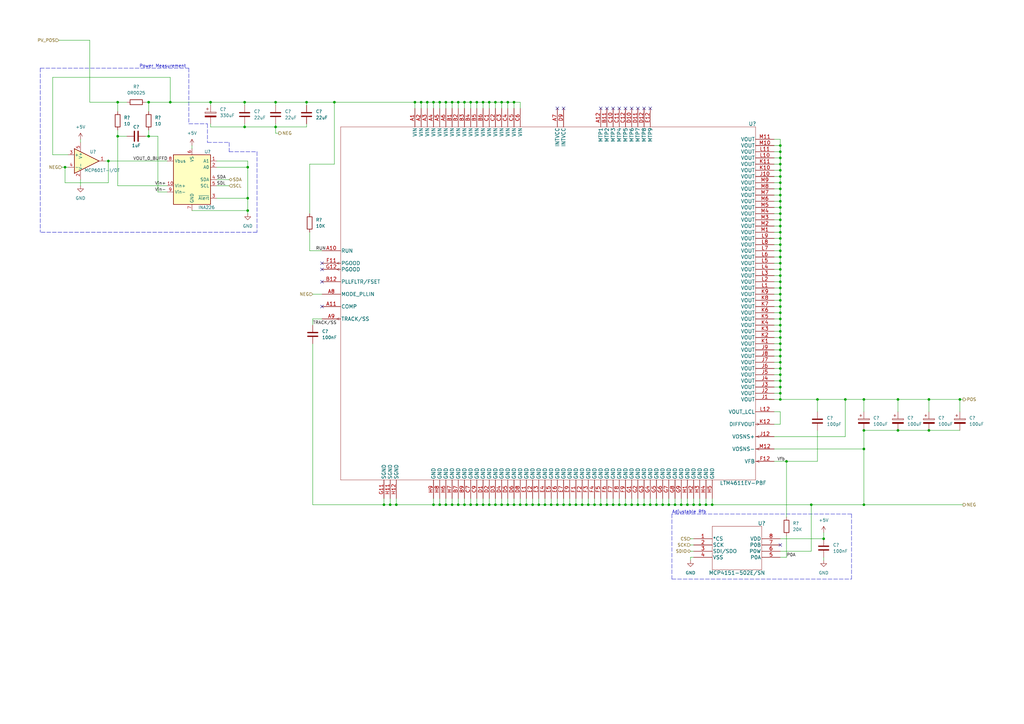
<source format=kicad_sch>
(kicad_sch (version 20211123) (generator eeschema)
  (paper "A3")
  (lib_symbols
    (symbol "Amplifier_Operational:MCP601-xOT" (pin_names (offset 0.127))
      (property "Reference" "U" (at -1.27 6.35 0))
      (property "Value" "MCP601-xOT" (at -1.27 3.81 0))
      (symbol "MCP601-xOT_0_1"
        (polyline (pts (xy -5.08 5.08) (xy 5.08 0) (xy -5.08 -5.08) (xy -5.08 5.08)) (stroke (width 0.254)) (fill (type background)))
        (pin power_in line (at -2.54 -7.62 90) (length 3.81) (name "V-") (number "2"))
        (pin power_in line (at -2.54 7.62 270) (length 3.81) (name "V+") (number "5"))
      )
      (symbol "MCP601-xOT_1_1"
        (pin output line (at 7.62 0 180) (length 2.54) (name "~") (number "1"))
        (pin input line (at -7.62 2.54 0) (length 2.54) (name "+") (number "3"))
        (pin input line (at -7.62 -2.54 0) (length 2.54) (name "-") (number "4"))
      )
    )
    (symbol "Analog_ADC:INA226"
      (property "Reference" "U" (at -6.35 11.43 0))
      (property "Value" "INA226" (at 3.81 11.43 0))
      (symbol "INA226_0_1"
        (rectangle (start 7.62 10.16) (end -7.62 -10.16) (stroke (width 0.254)) (fill (type background)))
      )
      (symbol "INA226_1_1"
        (pin input line (at 10.16 7.62 180) (length 2.54) (name "A1") (number "1"))
        (pin input line (at -10.16 -2.54 0) (length 2.54) (name "Vin+") (number "10"))
        (pin input line (at 10.16 5.08 180) (length 2.54) (name "A0") (number "2"))
        (pin open_collector line (at 10.16 -7.62 180) (length 2.54) (name "~{Alert}") (number "3"))
        (pin bidirectional line (at 10.16 0 180) (length 2.54) (name "SDA") (number "4"))
        (pin input line (at 10.16 -2.54 180) (length 2.54) (name "SCL") (number "5"))
        (pin power_in line (at 0 12.7 270) (length 2.54) (name "VS") (number "6"))
        (pin power_in line (at 0 -12.7 90) (length 2.54) (name "GND") (number "7"))
        (pin input line (at -10.16 7.62 0) (length 2.54) (name "Vbus") (number "8"))
        (pin input line (at -10.16 -5.08 0) (length 2.54) (name "Vin-") (number "9"))
      )
    )
    (symbol "Device:C" (pin_numbers hide) (pin_names (offset 0.254))
      (property "Reference" "C" (at 0.635 2.54 0))
      (property "Value" "C" (at 0.635 -2.54 0))
      (symbol "C_0_1"
        (polyline (pts (xy -2.032 -0.762) (xy 2.032 -0.762)) (stroke (width 0.508)))
        (polyline (pts (xy -2.032 0.762) (xy 2.032 0.762)) (stroke (width 0.508)))
      )
      (symbol "C_1_1"
        (pin passive line (at 0 3.81 270) (length 2.794) (name "~") (number "1"))
        (pin passive line (at 0 -3.81 90) (length 2.794) (name "~") (number "2"))
      )
    )
    (symbol "Device:C_Polarized" (pin_numbers hide) (pin_names (offset 0.254))
      (property "Reference" "C" (at 0.635 2.54 0))
      (property "Value" "C_Polarized" (at 0.635 -2.54 0))
      (symbol "C_Polarized_0_1"
        (rectangle (start -2.286 0.508) (end 2.286 1.016))
        (polyline (pts (xy -1.778 2.286) (xy -0.762 2.286)))
        (polyline (pts (xy -1.27 2.794) (xy -1.27 1.778)))
        (rectangle (start 2.286 -0.508) (end -2.286 -1.016) (fill (type outline)))
      )
      (symbol "C_Polarized_1_1"
        (pin passive line (at 0 3.81 270) (length 2.794) (name "~") (number "1"))
        (pin passive line (at 0 -3.81 90) (length 2.794) (name "~") (number "2"))
      )
    )
    (symbol "Device:R" (pin_numbers hide) (pin_names (offset 0))
      (property "Reference" "R" (at 2.032 0 90))
      (property "Value" "R" (at 0 0 90))
      (symbol "R_0_1"
        (rectangle (start -1.016 -2.54) (end 1.016 2.54) (stroke (width 0.254)))
      )
      (symbol "R_1_1"
        (pin passive line (at 0 3.81 270) (length 1.27) (name "~") (number "1"))
        (pin passive line (at 0 -3.81 90) (length 1.27) (name "~") (number "2"))
      )
    )
    (symbol "LTM4611EV:LTM4611EV-PBF" (pin_names (offset 0.254))
      (property "Reference" "U" (at 7.62 55.88 0))
      (property "Value" "LTM4611EV-PBF" (at 7.62 53.34 0))
      (symbol "LTM4611EV-PBF_1_1"
        (polyline (pts (xy 7.112 -28.448) (xy 6.0452 -27.94)) (stroke (width 0.127)))
        (polyline (pts (xy 7.112 -27.432) (xy 6.0452 -27.94)) (stroke (width 0.127)))
        (polyline (pts (xy 7.112 -8.128) (xy 6.0452 -7.62)) (stroke (width 0.127)))
        (polyline (pts (xy 7.112 -7.112) (xy 6.0452 -7.62)) (stroke (width 0.127)))
        (polyline (pts (xy 7.112 -5.588) (xy 6.0452 -5.08)) (stroke (width 0.127)))
        (polyline (pts (xy 7.112 -4.572) (xy 6.0452 -5.08)) (stroke (width 0.127)))
        (polyline (pts (xy 7.62 -93.98) (xy 177.8 -93.98)) (stroke (width 0.127)))
        (polyline (pts (xy 7.62 50.8) (xy 7.62 -93.98)) (stroke (width 0.127)))
        (polyline (pts (xy 177.8 -93.98) (xy 177.8 50.8)) (stroke (width 0.127)))
        (polyline (pts (xy 177.8 50.8) (xy 7.62 50.8)) (stroke (width 0.127)))
        (polyline (pts (xy 178.308 -86.36) (xy 179.3748 -86.868)) (stroke (width 0.127)))
        (polyline (pts (xy 178.308 -86.36) (xy 179.3748 -85.852)) (stroke (width 0.127)))
        (polyline (pts (xy 178.308 -81.28) (xy 179.3748 -81.788)) (stroke (width 0.127)))
        (polyline (pts (xy 178.308 -81.28) (xy 179.3748 -80.772)) (stroke (width 0.127)))
        (polyline (pts (xy 178.308 -76.2) (xy 179.3748 -76.708)) (stroke (width 0.127)))
        (polyline (pts (xy 178.308 -76.2) (xy 179.3748 -75.692)) (stroke (width 0.127)))
        (polyline (pts (xy 178.308 -71.628) (xy 179.3748 -71.12)) (stroke (width 0.127)))
        (polyline (pts (xy 178.308 -70.612) (xy 179.3748 -71.12)) (stroke (width 0.127)))
        (pin power_in line (at 38.1 58.42 270) (length 7.62) (name "VIN") (number "A1"))
        (pin unspecified line (at 0 0 0) (length 7.62) (name "RUN") (number "A10"))
        (pin unspecified line (at 0 -22.86 0) (length 7.62) (name "COMP") (number "A11"))
        (pin unspecified line (at 114.3 58.42 270) (length 7.62) (name "MTP1") (number "A12"))
        (pin power_in line (at 40.64 58.42 270) (length 7.62) (name "VIN") (number "A2"))
        (pin power_in line (at 43.18 58.42 270) (length 7.62) (name "VIN") (number "A3"))
        (pin power_in line (at 45.72 58.42 270) (length 7.62) (name "VIN") (number "A4"))
        (pin power_in line (at 48.26 58.42 270) (length 7.62) (name "VIN") (number "A5"))
        (pin power_in line (at 50.8 58.42 270) (length 7.62) (name "VIN") (number "A6"))
        (pin power_in line (at 96.52 58.42 270) (length 7.62) (name "INTVCC") (number "A7"))
        (pin unspecified line (at 0 -17.78 0) (length 7.62) (name "MODE_PLLIN") (number "A8"))
        (pin output line (at 0 -27.94 0) (length 7.62) (name "TRACK/SS") (number "A9"))
        (pin power_in line (at 53.34 58.42 270) (length 7.62) (name "VIN") (number "B1"))
        (pin unspecified line (at 116.84 58.42 270) (length 7.62) (name "MTP2") (number "B11"))
        (pin unspecified line (at 0 -12.7 0) (length 7.62) (name "PLLFLTR/FSET") (number "B12"))
        (pin power_in line (at 55.88 58.42 270) (length 7.62) (name "VIN") (number "B2"))
        (pin power_in line (at 58.42 58.42 270) (length 7.62) (name "VIN") (number "B3"))
        (pin power_in line (at 60.96 58.42 270) (length 7.62) (name "VIN") (number "B4"))
        (pin power_in line (at 63.5 58.42 270) (length 7.62) (name "VIN") (number "B5"))
        (pin power_in line (at 66.04 58.42 270) (length 7.62) (name "VIN") (number "B6"))
        (pin power_in line (at 55.88 -101.6 90) (length 7.62) (name "GND") (number "B7"))
        (pin power_in line (at 58.42 -101.6 90) (length 7.62) (name "GND") (number "B9"))
        (pin power_in line (at 68.58 58.42 270) (length 7.62) (name "VIN") (number "C1"))
        (pin unspecified line (at 119.38 58.42 270) (length 7.62) (name "MTP3") (number "C10"))
        (pin unspecified line (at 121.92 58.42 270) (length 7.62) (name "MTP4") (number "C11"))
        (pin unspecified line (at 124.46 58.42 270) (length 7.62) (name "MTP5") (number "C12"))
        (pin power_in line (at 71.12 58.42 270) (length 7.62) (name "VIN") (number "C2"))
        (pin power_in line (at 73.66 58.42 270) (length 7.62) (name "VIN") (number "C3"))
        (pin power_in line (at 76.2 58.42 270) (length 7.62) (name "VIN") (number "C4"))
        (pin power_in line (at 78.74 58.42 270) (length 7.62) (name "VIN") (number "C5"))
        (pin power_in line (at 81.28 58.42 270) (length 7.62) (name "VIN") (number "C6"))
        (pin power_in line (at 60.96 -101.6 90) (length 7.62) (name "GND") (number "C7"))
        (pin power_in line (at 63.5 -101.6 90) (length 7.62) (name "GND") (number "C9"))
        (pin power_in line (at 66.04 -101.6 90) (length 7.62) (name "GND") (number "D1"))
        (pin unspecified line (at 127 58.42 270) (length 7.62) (name "MTP6") (number "D10"))
        (pin unspecified line (at 129.54 58.42 270) (length 7.62) (name "MTP7") (number "D11"))
        (pin unspecified line (at 132.08 58.42 270) (length 7.62) (name "MTP8") (number "D12"))
        (pin power_in line (at 68.58 -101.6 90) (length 7.62) (name "GND") (number "D2"))
        (pin power_in line (at 71.12 -101.6 90) (length 7.62) (name "GND") (number "D3"))
        (pin power_in line (at 73.66 -101.6 90) (length 7.62) (name "GND") (number "D4"))
        (pin power_in line (at 76.2 -101.6 90) (length 7.62) (name "GND") (number "D5"))
        (pin power_in line (at 78.74 -101.6 90) (length 7.62) (name "GND") (number "D6"))
        (pin power_in line (at 81.28 -101.6 90) (length 7.62) (name "GND") (number "D8"))
        (pin power_in line (at 99.06 58.42 270) (length 7.62) (name "INTVCC") (number "D9"))
        (pin power_in line (at 83.82 -101.6 90) (length 7.62) (name "GND") (number "E1"))
        (pin unspecified line (at 134.62 58.42 270) (length 7.62) (name "MTP9") (number "E12"))
        (pin power_in line (at 86.36 -101.6 90) (length 7.62) (name "GND") (number "E2"))
        (pin power_in line (at 88.9 -101.6 90) (length 7.62) (name "GND") (number "E3"))
        (pin power_in line (at 91.44 -101.6 90) (length 7.62) (name "GND") (number "E4"))
        (pin power_in line (at 93.98 -101.6 90) (length 7.62) (name "GND") (number "E5"))
        (pin power_in line (at 96.52 -101.6 90) (length 7.62) (name "GND") (number "E6"))
        (pin power_in line (at 99.06 -101.6 90) (length 7.62) (name "GND") (number "E7"))
        (pin power_in line (at 101.6 -101.6 90) (length 7.62) (name "GND") (number "E9"))
        (pin power_in line (at 104.14 -101.6 90) (length 7.62) (name "GND") (number "F1"))
        (pin output line (at 0 -5.08 0) (length 7.62) (name "PGOOD") (number "F11"))
        (pin input line (at 185.42 -86.36 180) (length 7.62) (name "VFB") (number "F12"))
        (pin power_in line (at 106.68 -101.6 90) (length 7.62) (name "GND") (number "F2"))
        (pin power_in line (at 109.22 -101.6 90) (length 7.62) (name "GND") (number "F3"))
        (pin power_in line (at 111.76 -101.6 90) (length 7.62) (name "GND") (number "F4"))
        (pin power_in line (at 114.3 -101.6 90) (length 7.62) (name "GND") (number "F5"))
        (pin power_in line (at 116.84 -101.6 90) (length 7.62) (name "GND") (number "F6"))
        (pin power_in line (at 119.38 -101.6 90) (length 7.62) (name "GND") (number "F7"))
        (pin power_in line (at 121.92 -101.6 90) (length 7.62) (name "GND") (number "F8"))
        (pin power_in line (at 124.46 -101.6 90) (length 7.62) (name "GND") (number "F9"))
        (pin power_in line (at 127 -101.6 90) (length 7.62) (name "GND") (number "G1"))
        (pin power_in line (at 25.4 -101.6 90) (length 7.62) (name "SGND") (number "G11"))
        (pin output line (at 0 -7.62 0) (length 7.62) (name "PGOOD") (number "G12"))
        (pin power_in line (at 129.54 -101.6 90) (length 7.62) (name "GND") (number "G2"))
        (pin power_in line (at 132.08 -101.6 90) (length 7.62) (name "GND") (number "G3"))
        (pin power_in line (at 134.62 -101.6 90) (length 7.62) (name "GND") (number "G4"))
        (pin power_in line (at 137.16 -101.6 90) (length 7.62) (name "GND") (number "G5"))
        (pin power_in line (at 139.7 -101.6 90) (length 7.62) (name "GND") (number "G6"))
        (pin power_in line (at 142.24 -101.6 90) (length 7.62) (name "GND") (number "G7"))
        (pin power_in line (at 144.78 -101.6 90) (length 7.62) (name "GND") (number "G8"))
        (pin power_in line (at 147.32 -101.6 90) (length 7.62) (name "GND") (number "G9"))
        (pin power_in line (at 149.86 -101.6 90) (length 7.62) (name "GND") (number "H1"))
        (pin power_in line (at 27.94 -101.6 90) (length 7.62) (name "SGND") (number "H11"))
        (pin power_in line (at 30.48 -101.6 90) (length 7.62) (name "SGND") (number "H12"))
        (pin power_in line (at 152.4 -101.6 90) (length 7.62) (name "GND") (number "H2"))
        (pin power_in line (at 154.94 -101.6 90) (length 7.62) (name "GND") (number "H3"))
        (pin power_in line (at 157.48 -101.6 90) (length 7.62) (name "GND") (number "H4"))
        (pin power_in line (at 160.02 -101.6 90) (length 7.62) (name "GND") (number "H5"))
        (pin power_in line (at 50.8 -101.6 90) (length 7.62) (name "GND") (number "H6"))
        (pin power_in line (at 53.34 -101.6 90) (length 7.62) (name "GND") (number "H7"))
        (pin power_in line (at 48.26 -101.6 90) (length 7.62) (name "GND") (number "H8"))
        (pin power_in line (at 45.72 -101.6 90) (length 7.62) (name "GND") (number "H9"))
        (pin power_in line (at 185.42 -60.96 180) (length 7.62) (name "VOUT") (number "J1"))
        (pin power_in line (at 185.42 30.48 180) (length 7.62) (name "VOUT") (number "J10"))
        (pin input line (at 185.42 -76.2 180) (length 7.62) (name "VOSNS+") (number "J12"))
        (pin power_in line (at 185.42 -58.42 180) (length 7.62) (name "VOUT") (number "J2"))
        (pin power_in line (at 185.42 -55.88 180) (length 7.62) (name "VOUT") (number "J3"))
        (pin power_in line (at 185.42 -53.34 180) (length 7.62) (name "VOUT") (number "J4"))
        (pin power_in line (at 185.42 -50.8 180) (length 7.62) (name "VOUT") (number "J5"))
        (pin power_in line (at 185.42 -48.26 180) (length 7.62) (name "VOUT") (number "J6"))
        (pin power_in line (at 185.42 -45.72 180) (length 7.62) (name "VOUT") (number "J7"))
        (pin power_in line (at 185.42 -43.18 180) (length 7.62) (name "VOUT") (number "J8"))
        (pin power_in line (at 185.42 -40.64 180) (length 7.62) (name "VOUT") (number "J9"))
        (pin power_in line (at 185.42 -38.1 180) (length 7.62) (name "VOUT") (number "K1"))
        (pin power_in line (at 185.42 33.02 180) (length 7.62) (name "VOUT") (number "K10"))
        (pin power_in line (at 185.42 35.56 180) (length 7.62) (name "VOUT") (number "K11"))
        (pin output line (at 185.42 -71.12 180) (length 7.62) (name "DIFFVOUT") (number "K12"))
        (pin power_in line (at 185.42 -35.56 180) (length 7.62) (name "VOUT") (number "K2"))
        (pin power_in line (at 185.42 -33.02 180) (length 7.62) (name "VOUT") (number "K3"))
        (pin power_in line (at 185.42 -30.48 180) (length 7.62) (name "VOUT") (number "K4"))
        (pin power_in line (at 185.42 -27.94 180) (length 7.62) (name "VOUT") (number "K5"))
        (pin power_in line (at 185.42 -25.4 180) (length 7.62) (name "VOUT") (number "K6"))
        (pin power_in line (at 185.42 -22.86 180) (length 7.62) (name "VOUT") (number "K7"))
        (pin power_in line (at 185.42 -20.32 180) (length 7.62) (name "VOUT") (number "K8"))
        (pin power_in line (at 185.42 -17.78 180) (length 7.62) (name "VOUT") (number "K9"))
        (pin power_in line (at 185.42 -15.24 180) (length 7.62) (name "VOUT") (number "L1"))
        (pin power_in line (at 185.42 38.1 180) (length 7.62) (name "VOUT") (number "L10"))
        (pin power_in line (at 185.42 40.64 180) (length 7.62) (name "VOUT") (number "L11"))
        (pin power_in line (at 185.42 -66.04 180) (length 7.62) (name "VOUT_LCL") (number "L12"))
        (pin power_in line (at 185.42 -12.7 180) (length 7.62) (name "VOUT") (number "L2"))
        (pin power_in line (at 185.42 -10.16 180) (length 7.62) (name "VOUT") (number "L3"))
        (pin power_in line (at 185.42 -7.62 180) (length 7.62) (name "VOUT") (number "L4"))
        (pin power_in line (at 185.42 -5.08 180) (length 7.62) (name "VOUT") (number "L5"))
        (pin power_in line (at 185.42 -2.54 180) (length 7.62) (name "VOUT") (number "L6"))
        (pin power_in line (at 185.42 0 180) (length 7.62) (name "VOUT") (number "L7"))
        (pin power_in line (at 185.42 2.54 180) (length 7.62) (name "VOUT") (number "L8"))
        (pin power_in line (at 185.42 5.08 180) (length 7.62) (name "VOUT") (number "L9"))
        (pin power_in line (at 185.42 7.62 180) (length 7.62) (name "VOUT") (number "M1"))
        (pin power_in line (at 185.42 43.18 180) (length 7.62) (name "VOUT") (number "M10"))
        (pin power_in line (at 185.42 45.72 180) (length 7.62) (name "VOUT") (number "M11"))
        (pin input line (at 185.42 -81.28 180) (length 7.62) (name "VOSNS-") (number "M12"))
        (pin power_in line (at 185.42 10.16 180) (length 7.62) (name "VOUT") (number "M2"))
        (pin power_in line (at 185.42 12.7 180) (length 7.62) (name "VOUT") (number "M3"))
        (pin power_in line (at 185.42 15.24 180) (length 7.62) (name "VOUT") (number "M4"))
        (pin power_in line (at 185.42 17.78 180) (length 7.62) (name "VOUT") (number "M5"))
        (pin power_in line (at 185.42 20.32 180) (length 7.62) (name "VOUT") (number "M6"))
        (pin power_in line (at 185.42 22.86 180) (length 7.62) (name "VOUT") (number "M7"))
        (pin power_in line (at 185.42 25.4 180) (length 7.62) (name "VOUT") (number "M8"))
        (pin power_in line (at 185.42 27.94 180) (length 7.62) (name "VOUT") (number "M9"))
      )
    )
    (symbol "MCP4151:MCP4151-502E{slash}SN" (pin_names (offset 0.254))
      (property "Reference" "U?" (at 48.26 11.43 0))
      (property "Value" "MCP4151-502E/SN" (at 48.26 7.62 0))
      (symbol "MCP4151-502E{slash}SN_1_1"
        (polyline (pts (xy 38.1 -12.7) (xy 58.42 -12.7)) (stroke (width 0.127)))
        (polyline (pts (xy 38.1 5.08) (xy 38.1 -12.7)) (stroke (width 0.127)))
        (polyline (pts (xy 58.42 -12.7) (xy 58.42 5.08)) (stroke (width 0.127)))
        (polyline (pts (xy 58.42 5.08) (xy 38.1 5.08)) (stroke (width 0.127)))
        (pin unspecified line (at 30.48 0 0) (length 7.62) (name "*CS") (number "1"))
        (pin unspecified line (at 30.48 -2.54 0) (length 7.62) (name "SCK") (number "2"))
        (pin unspecified line (at 30.48 -5.08 0) (length 7.62) (name "SDI/SDO") (number "3"))
        (pin unspecified line (at 30.48 -7.62 0) (length 7.62) (name "VSS") (number "4"))
        (pin unspecified line (at 66.04 -7.62 180) (length 7.62) (name "P0A") (number "5"))
        (pin unspecified line (at 66.04 -5.08 180) (length 7.62) (name "P0W") (number "6"))
        (pin unspecified line (at 66.04 -2.54 180) (length 7.62) (name "P0B") (number "7"))
        (pin unspecified line (at 66.04 0 180) (length 7.62) (name "VDD") (number "8"))
      )
    )
    (symbol "power:+5V" (power) (pin_names (offset 0))
      (property "Value" "+5V" (at 0 3.556 0))
      (symbol "+5V_0_1"
        (polyline (pts (xy -0.762 1.27) (xy 0 2.54)))
        (polyline (pts (xy 0 0) (xy 0 2.54)))
        (polyline (pts (xy 0 2.54) (xy 0.762 1.27)))
      )
      (symbol "+5V_1_1"
        (pin power_in line (at 0 0 90) (length 0) hide (name "+5V") (number "1"))
      )
    )
    (symbol "power:GND" (power) (pin_names (offset 0))
      (property "Value" "GND" (at 0 -3.81 0))
      (symbol "GND_0_1"
        (polyline (pts (xy 0 0) (xy 0 -1.27) (xy 1.27 -1.27) (xy 0 -2.54) (xy -1.27 -1.27) (xy 0 -1.27)))
      )
      (symbol "GND_1_1"
        (pin power_in line (at 0 0 270) (length 0) hide (name "GND") (number "1"))
      )
    )
  )
  (junction (at 320.04 163.83))
  (junction (at 228.6 207.01))
  (junction (at 320.04 92.71))
  (junction (at 320.04 130.81))
  (junction (at 210.82 207.01))
  (junction (at 320.04 153.67))
  (junction (at 320.04 110.49))
  (junction (at 48.26 41.91))
  (junction (at 238.76 207.01))
  (junction (at 320.04 90.17))
  (junction (at 337.82 220.98))
  (junction (at 322.58 189.23))
  (junction (at 218.44 207.01))
  (junction (at 231.14 207.01))
  (junction (at 274.32 207.01))
  (junction (at 187.96 41.91))
  (junction (at 198.12 41.91))
  (junction (at 190.5 207.01))
  (junction (at 271.78 207.01))
  (junction (at 185.42 207.01))
  (junction (at 162.56 207.01))
  (junction (at 241.3 207.01))
  (junction (at 320.04 80.01))
  (junction (at 113.03 41.91))
  (junction (at 160.02 207.01))
  (junction (at 320.04 107.95))
  (junction (at 60.96 41.91))
  (junction (at 157.48 207.01))
  (junction (at 233.68 207.01))
  (junction (at 320.04 156.21))
  (junction (at 381 163.83))
  (junction (at 203.2 207.01))
  (junction (at 170.18 41.91))
  (junction (at 284.48 207.01))
  (junction (at 177.8 207.01))
  (junction (at 320.04 85.09))
  (junction (at 354.33 207.01))
  (junction (at 113.03 52.07))
  (junction (at 200.66 207.01))
  (junction (at 226.06 207.01))
  (junction (at 320.04 97.79))
  (junction (at 223.52 207.01))
  (junction (at 190.5 41.91))
  (junction (at 281.94 207.01))
  (junction (at 320.04 123.19))
  (junction (at 100.33 52.07))
  (junction (at 215.9 207.01))
  (junction (at 266.7 207.01))
  (junction (at 195.58 41.91))
  (junction (at 185.42 41.91))
  (junction (at 213.36 207.01))
  (junction (at 320.04 115.57))
  (junction (at 335.28 163.83))
  (junction (at 320.04 72.39))
  (junction (at 354.33 163.83))
  (junction (at 177.8 41.91))
  (junction (at 205.74 41.91))
  (junction (at 254 207.01))
  (junction (at 203.2 41.91))
  (junction (at 320.04 158.75))
  (junction (at 320.04 100.33))
  (junction (at 100.33 41.91))
  (junction (at 175.26 41.91))
  (junction (at 354.33 184.15))
  (junction (at 354.33 176.53))
  (junction (at 320.04 118.11))
  (junction (at 320.04 133.35))
  (junction (at 44.45 66.04))
  (junction (at 101.6 81.28))
  (junction (at 276.86 207.01))
  (junction (at 332.74 207.01))
  (junction (at 259.08 207.01))
  (junction (at 182.88 207.01))
  (junction (at 320.04 138.43))
  (junction (at 320.04 125.73))
  (junction (at 195.58 207.01))
  (junction (at 101.6 86.36))
  (junction (at 269.24 207.01))
  (junction (at 320.04 82.55))
  (junction (at 287.02 207.01))
  (junction (at 180.34 41.91))
  (junction (at 381 176.53))
  (junction (at 172.72 41.91))
  (junction (at 346.71 163.83))
  (junction (at 246.38 207.01))
  (junction (at 279.4 207.01))
  (junction (at 320.04 62.23))
  (junction (at 60.96 55.88))
  (junction (at 187.96 207.01))
  (junction (at 198.12 207.01))
  (junction (at 208.28 41.91))
  (junction (at 320.04 135.89))
  (junction (at 320.04 87.63))
  (junction (at 26.67 68.58))
  (junction (at 368.3 176.53))
  (junction (at 210.82 41.91))
  (junction (at 193.04 207.01))
  (junction (at 320.04 102.87))
  (junction (at 220.98 207.01))
  (junction (at 320.04 161.29))
  (junction (at 251.46 207.01))
  (junction (at 320.04 64.77))
  (junction (at 320.04 140.97))
  (junction (at 320.04 128.27))
  (junction (at 48.26 55.88))
  (junction (at 208.28 207.01))
  (junction (at 320.04 146.05))
  (junction (at 243.84 207.01))
  (junction (at 236.22 207.01))
  (junction (at 320.04 95.25))
  (junction (at 320.04 69.85))
  (junction (at 205.74 207.01))
  (junction (at 180.34 207.01))
  (junction (at 393.7 163.83))
  (junction (at 320.04 77.47))
  (junction (at 200.66 41.91))
  (junction (at 320.04 143.51))
  (junction (at 193.04 41.91))
  (junction (at 86.36 41.91))
  (junction (at 320.04 105.41))
  (junction (at 289.56 207.01))
  (junction (at 261.62 207.01))
  (junction (at 264.16 207.01))
  (junction (at 320.04 151.13))
  (junction (at 248.92 207.01))
  (junction (at 320.04 148.59))
  (junction (at 69.85 41.91))
  (junction (at 320.04 67.31))
  (junction (at 101.6 68.58))
  (junction (at 256.54 207.01))
  (junction (at 320.04 74.93))
  (junction (at 320.04 113.03))
  (junction (at 320.04 59.69))
  (junction (at 368.3 163.83))
  (junction (at 292.1 207.01))
  (junction (at 182.88 41.91))
  (junction (at 320.04 120.65))
  (junction (at 137.16 41.91))
  (junction (at 125.73 41.91))
  (no_connect (at 231.14 44.45))
  (no_connect (at 246.38 44.45))
  (no_connect (at 132.08 125.73))
  (no_connect (at 132.08 107.95))
  (no_connect (at 261.62 44.45))
  (no_connect (at 254 44.45))
  (no_connect (at 259.08 44.45))
  (no_connect (at 228.6 44.45))
  (no_connect (at 132.08 110.49))
  (no_connect (at 266.7 44.45))
  (no_connect (at 251.46 44.45))
  (no_connect (at 248.92 44.45))
  (no_connect (at 264.16 44.45))
  (no_connect (at 132.08 115.57))
  (no_connect (at 256.54 44.45))
  (no_connect (at 320.04 223.52))
  (wire (pts (xy 172.72 41.91) (xy 175.26 41.91)))
  (wire (pts (xy 320.04 82.55) (xy 320.04 85.09)))
  (wire (pts (xy 128.27 133.35) (xy 128.27 130.81)))
  (wire (pts (xy 185.42 204.47) (xy 185.42 207.01)))
  (wire (pts (xy 368.3 163.83) (xy 381 163.83)))
  (wire (pts (xy 317.5 72.39) (xy 320.04 72.39)))
  (wire (pts (xy 195.58 207.01) (xy 198.12 207.01)))
  (wire (pts (xy 236.22 207.01) (xy 238.76 207.01)))
  (wire (pts (xy 317.5 90.17) (xy 320.04 90.17)))
  (wire (pts (xy 33.02 57.15) (xy 33.02 58.42)))
  (wire (pts (xy 157.48 204.47) (xy 157.48 207.01)))
  (wire (pts (xy 320.04 57.15) (xy 320.04 59.69)))
  (wire (pts (xy 177.8 207.01) (xy 162.56 207.01)))
  (wire (pts (xy 320.04 102.87) (xy 320.04 105.41)))
  (wire (pts (xy 317.5 97.79) (xy 320.04 97.79)))
  (wire (pts (xy 320.04 59.69) (xy 320.04 62.23)))
  (wire (pts (xy 317.5 62.23) (xy 320.04 62.23)))
  (wire (pts (xy 317.5 67.31) (xy 320.04 67.31)))
  (wire (pts (xy 205.74 204.47) (xy 205.74 207.01)))
  (wire (pts (xy 187.96 41.91) (xy 187.96 44.45)))
  (wire (pts (xy 88.9 66.04) (xy 101.6 66.04)))
  (wire (pts (xy 36.83 41.91) (xy 48.26 41.91)))
  (wire (pts (xy 205.74 41.91) (xy 208.28 41.91)))
  (wire (pts (xy 78.74 59.69) (xy 78.74 60.96)))
  (wire (pts (xy 281.94 207.01) (xy 284.48 207.01)))
  (wire (pts (xy 205.74 207.01) (xy 208.28 207.01)))
  (wire (pts (xy 259.08 207.01) (xy 261.62 207.01)))
  (wire (pts (xy 48.26 76.2) (xy 68.58 76.2)))
  (wire (pts (xy 317.5 123.19) (xy 320.04 123.19)))
  (wire (pts (xy 187.96 204.47) (xy 187.96 207.01)))
  (wire (pts (xy 368.3 163.83) (xy 368.3 168.91)))
  (wire (pts (xy 137.16 41.91) (xy 170.18 41.91)))
  (wire (pts (xy 354.33 176.53) (xy 354.33 184.15)))
  (wire (pts (xy 248.92 207.01) (xy 251.46 207.01)))
  (wire (pts (xy 198.12 41.91) (xy 200.66 41.91)))
  (wire (pts (xy 320.04 163.83) (xy 317.5 163.83)))
  (wire (pts (xy 182.88 41.91) (xy 182.88 44.45)))
  (wire (pts (xy 317.5 120.65) (xy 320.04 120.65)))
  (wire (pts (xy 228.6 204.47) (xy 228.6 207.01)))
  (wire (pts (xy 190.5 41.91) (xy 193.04 41.91)))
  (wire (pts (xy 254 207.01) (xy 256.54 207.01)))
  (wire (pts (xy 200.66 207.01) (xy 203.2 207.01)))
  (wire (pts (xy 322.58 219.71) (xy 322.58 228.6)))
  (wire (pts (xy 205.74 41.91) (xy 205.74 44.45)))
  (wire (pts (xy 320.04 69.85) (xy 320.04 72.39)))
  (wire (pts (xy 180.34 41.91) (xy 182.88 41.91)))
  (wire (pts (xy 320.04 100.33) (xy 320.04 102.87)))
  (polyline (pts (xy 85.09 58.42) (xy 93.98 58.42)))
  (wire (pts (xy 337.82 218.44) (xy 337.82 220.98)))
  (wire (pts (xy 317.5 87.63) (xy 320.04 87.63)))
  (wire (pts (xy 269.24 207.01) (xy 271.78 207.01)))
  (wire (pts (xy 208.28 41.91) (xy 208.28 44.45)))
  (wire (pts (xy 100.33 41.91) (xy 113.03 41.91)))
  (wire (pts (xy 218.44 207.01) (xy 220.98 207.01)))
  (wire (pts (xy 381 176.53) (xy 393.7 176.53)))
  (wire (pts (xy 125.73 41.91) (xy 125.73 43.18)))
  (wire (pts (xy 26.67 74.93) (xy 26.67 68.58)))
  (wire (pts (xy 86.36 50.8) (xy 86.36 52.07)))
  (wire (pts (xy 210.82 41.91) (xy 213.36 41.91)))
  (wire (pts (xy 218.44 204.47) (xy 218.44 207.01)))
  (wire (pts (xy 332.74 226.06) (xy 332.74 207.01)))
  (wire (pts (xy 317.5 189.23) (xy 322.58 189.23)))
  (wire (pts (xy 246.38 204.47) (xy 246.38 207.01)))
  (wire (pts (xy 317.5 151.13) (xy 320.04 151.13)))
  (wire (pts (xy 226.06 207.01) (xy 228.6 207.01)))
  (wire (pts (xy 88.9 76.2) (xy 93.98 76.2)))
  (wire (pts (xy 78.74 86.36) (xy 101.6 86.36)))
  (wire (pts (xy 317.5 179.07) (xy 346.71 179.07)))
  (wire (pts (xy 185.42 41.91) (xy 185.42 44.45)))
  (wire (pts (xy 200.66 204.47) (xy 200.66 207.01)))
  (wire (pts (xy 180.34 204.47) (xy 180.34 207.01)))
  (wire (pts (xy 292.1 204.47) (xy 292.1 207.01)))
  (wire (pts (xy 180.34 207.01) (xy 182.88 207.01)))
  (wire (pts (xy 317.5 113.03) (xy 320.04 113.03)))
  (wire (pts (xy 289.56 207.01) (xy 292.1 207.01)))
  (wire (pts (xy 317.5 95.25) (xy 320.04 95.25)))
  (wire (pts (xy 243.84 204.47) (xy 243.84 207.01)))
  (wire (pts (xy 182.88 41.91) (xy 185.42 41.91)))
  (wire (pts (xy 125.73 50.8) (xy 125.73 52.07)))
  (wire (pts (xy 48.26 76.2) (xy 48.26 55.88)))
  (wire (pts (xy 100.33 50.8) (xy 100.33 52.07)))
  (wire (pts (xy 335.28 163.83) (xy 346.71 163.83)))
  (wire (pts (xy 317.5 118.11) (xy 320.04 118.11)))
  (wire (pts (xy 127 102.87) (xy 132.08 102.87)))
  (wire (pts (xy 320.04 151.13) (xy 320.04 153.67)))
  (wire (pts (xy 317.5 77.47) (xy 320.04 77.47)))
  (wire (pts (xy 59.69 41.91) (xy 60.96 41.91)))
  (wire (pts (xy 256.54 204.47) (xy 256.54 207.01)))
  (wire (pts (xy 127 95.25) (xy 127 102.87)))
  (wire (pts (xy 213.36 204.47) (xy 213.36 207.01)))
  (wire (pts (xy 33.02 73.66) (xy 33.02 76.2)))
  (wire (pts (xy 320.04 153.67) (xy 320.04 156.21)))
  (wire (pts (xy 208.28 204.47) (xy 208.28 207.01)))
  (wire (pts (xy 284.48 207.01) (xy 287.02 207.01)))
  (wire (pts (xy 317.5 158.75) (xy 320.04 158.75)))
  (wire (pts (xy 223.52 204.47) (xy 223.52 207.01)))
  (wire (pts (xy 320.04 113.03) (xy 320.04 115.57)))
  (wire (pts (xy 320.04 97.79) (xy 320.04 100.33)))
  (wire (pts (xy 69.85 31.75) (xy 21.59 31.75)))
  (wire (pts (xy 283.21 223.52) (xy 284.48 223.52)))
  (wire (pts (xy 283.21 228.6) (xy 284.48 228.6)))
  (wire (pts (xy 190.5 41.91) (xy 190.5 44.45)))
  (wire (pts (xy 320.04 120.65) (xy 320.04 123.19)))
  (wire (pts (xy 317.5 184.15) (xy 354.33 184.15)))
  (wire (pts (xy 182.88 204.47) (xy 182.88 207.01)))
  (wire (pts (xy 203.2 204.47) (xy 203.2 207.01)))
  (wire (pts (xy 322.58 189.23) (xy 322.58 212.09)))
  (wire (pts (xy 59.69 55.88) (xy 60.96 55.88)))
  (wire (pts (xy 160.02 204.47) (xy 160.02 207.01)))
  (wire (pts (xy 210.82 207.01) (xy 213.36 207.01)))
  (wire (pts (xy 137.16 67.31) (xy 137.16 41.91)))
  (wire (pts (xy 266.7 204.47) (xy 266.7 207.01)))
  (wire (pts (xy 223.52 207.01) (xy 226.06 207.01)))
  (wire (pts (xy 228.6 207.01) (xy 231.14 207.01)))
  (polyline (pts (xy 16.51 27.94) (xy 16.51 95.25)))
  (wire (pts (xy 100.33 52.07) (xy 113.03 52.07)))
  (wire (pts (xy 289.56 204.47) (xy 289.56 207.01)))
  (wire (pts (xy 320.04 64.77) (xy 320.04 67.31)))
  (wire (pts (xy 101.6 81.28) (xy 101.6 86.36)))
  (wire (pts (xy 226.06 204.47) (xy 226.06 207.01)))
  (wire (pts (xy 195.58 41.91) (xy 198.12 41.91)))
  (wire (pts (xy 25.4 68.58) (xy 26.67 68.58)))
  (wire (pts (xy 354.33 176.53) (xy 368.3 176.53)))
  (polyline (pts (xy 77.47 27.94) (xy 77.47 50.8)))
  (wire (pts (xy 26.67 74.93) (xy 44.45 74.93)))
  (wire (pts (xy 128.27 130.81) (xy 132.08 130.81)))
  (wire (pts (xy 317.5 64.77) (xy 320.04 64.77)))
  (wire (pts (xy 317.5 161.29) (xy 320.04 161.29)))
  (wire (pts (xy 100.33 41.91) (xy 100.33 43.18)))
  (wire (pts (xy 88.9 73.66) (xy 93.98 73.66)))
  (wire (pts (xy 320.04 146.05) (xy 320.04 148.59)))
  (wire (pts (xy 320.04 226.06) (xy 332.74 226.06)))
  (wire (pts (xy 238.76 207.01) (xy 241.3 207.01)))
  (wire (pts (xy 187.96 207.01) (xy 190.5 207.01)))
  (wire (pts (xy 283.21 220.98) (xy 284.48 220.98)))
  (wire (pts (xy 86.36 41.91) (xy 100.33 41.91)))
  (wire (pts (xy 393.7 163.83) (xy 394.97 163.83)))
  (wire (pts (xy 241.3 204.47) (xy 241.3 207.01)))
  (wire (pts (xy 279.4 207.01) (xy 281.94 207.01)))
  (wire (pts (xy 44.45 66.04) (xy 68.58 66.04)))
  (wire (pts (xy 354.33 184.15) (xy 354.33 207.01)))
  (wire (pts (xy 274.32 207.01) (xy 276.86 207.01)))
  (wire (pts (xy 24.13 16.51) (xy 36.83 16.51)))
  (wire (pts (xy 320.04 161.29) (xy 320.04 163.83)))
  (wire (pts (xy 381 163.83) (xy 381 168.91)))
  (wire (pts (xy 101.6 86.36) (xy 101.6 87.63)))
  (wire (pts (xy 26.67 68.58) (xy 27.94 68.58)))
  (wire (pts (xy 317.5 80.01) (xy 320.04 80.01)))
  (wire (pts (xy 320.04 228.6) (xy 322.58 228.6)))
  (wire (pts (xy 125.73 41.91) (xy 137.16 41.91)))
  (wire (pts (xy 320.04 67.31) (xy 320.04 69.85)))
  (wire (pts (xy 368.3 176.53) (xy 381 176.53)))
  (wire (pts (xy 320.04 118.11) (xy 320.04 120.65)))
  (wire (pts (xy 320.04 92.71) (xy 320.04 95.25)))
  (wire (pts (xy 284.48 204.47) (xy 284.48 207.01)))
  (wire (pts (xy 241.3 207.01) (xy 243.84 207.01)))
  (wire (pts (xy 213.36 41.91) (xy 213.36 44.45)))
  (wire (pts (xy 172.72 41.91) (xy 172.72 44.45)))
  (wire (pts (xy 86.36 52.07) (xy 100.33 52.07)))
  (polyline (pts (xy 85.09 50.8) (xy 85.09 58.42)))
  (wire (pts (xy 86.36 41.91) (xy 86.36 43.18)))
  (wire (pts (xy 320.04 85.09) (xy 320.04 87.63)))
  (wire (pts (xy 320.04 107.95) (xy 320.04 110.49)))
  (wire (pts (xy 317.5 128.27) (xy 320.04 128.27)))
  (wire (pts (xy 162.56 207.01) (xy 160.02 207.01)))
  (wire (pts (xy 269.24 204.47) (xy 269.24 207.01)))
  (wire (pts (xy 283.21 226.06) (xy 284.48 226.06)))
  (wire (pts (xy 317.5 59.69) (xy 320.04 59.69)))
  (wire (pts (xy 287.02 204.47) (xy 287.02 207.01)))
  (wire (pts (xy 317.5 133.35) (xy 320.04 133.35)))
  (wire (pts (xy 113.03 52.07) (xy 125.73 52.07)))
  (wire (pts (xy 320.04 77.47) (xy 320.04 80.01)))
  (wire (pts (xy 69.85 41.91) (xy 69.85 31.75)))
  (wire (pts (xy 317.5 82.55) (xy 320.04 82.55)))
  (wire (pts (xy 127 67.31) (xy 137.16 67.31)))
  (wire (pts (xy 292.1 207.01) (xy 332.74 207.01)))
  (wire (pts (xy 233.68 207.01) (xy 236.22 207.01)))
  (wire (pts (xy 177.8 204.47) (xy 177.8 207.01)))
  (wire (pts (xy 48.26 41.91) (xy 48.26 45.72)))
  (wire (pts (xy 354.33 163.83) (xy 368.3 163.83)))
  (wire (pts (xy 198.12 207.01) (xy 200.66 207.01)))
  (wire (pts (xy 271.78 204.47) (xy 271.78 207.01)))
  (wire (pts (xy 48.26 55.88) (xy 52.07 55.88)))
  (wire (pts (xy 317.5 125.73) (xy 320.04 125.73)))
  (wire (pts (xy 256.54 207.01) (xy 259.08 207.01)))
  (wire (pts (xy 127 87.63) (xy 127 67.31)))
  (wire (pts (xy 193.04 41.91) (xy 195.58 41.91)))
  (wire (pts (xy 276.86 207.01) (xy 279.4 207.01)))
  (wire (pts (xy 274.32 204.47) (xy 274.32 207.01)))
  (wire (pts (xy 320.04 130.81) (xy 320.04 133.35)))
  (wire (pts (xy 170.18 41.91) (xy 172.72 41.91)))
  (wire (pts (xy 317.5 140.97) (xy 320.04 140.97)))
  (wire (pts (xy 271.78 207.01) (xy 274.32 207.01)))
  (wire (pts (xy 246.38 207.01) (xy 248.92 207.01)))
  (wire (pts (xy 248.92 204.47) (xy 248.92 207.01)))
  (wire (pts (xy 264.16 207.01) (xy 266.7 207.01)))
  (wire (pts (xy 101.6 66.04) (xy 101.6 68.58)))
  (wire (pts (xy 236.22 204.47) (xy 236.22 207.01)))
  (wire (pts (xy 283.21 229.87) (xy 283.21 228.6)))
  (wire (pts (xy 177.8 207.01) (xy 180.34 207.01)))
  (wire (pts (xy 287.02 207.01) (xy 289.56 207.01)))
  (wire (pts (xy 320.04 173.99) (xy 320.04 168.91)))
  (wire (pts (xy 251.46 207.01) (xy 254 207.01)))
  (wire (pts (xy 261.62 204.47) (xy 261.62 207.01)))
  (wire (pts (xy 180.34 41.91) (xy 180.34 44.45)))
  (wire (pts (xy 259.08 204.47) (xy 259.08 207.01)))
  (wire (pts (xy 264.16 204.47) (xy 264.16 207.01)))
  (wire (pts (xy 261.62 207.01) (xy 264.16 207.01)))
  (wire (pts (xy 128.27 207.01) (xy 157.48 207.01)))
  (wire (pts (xy 320.04 95.25) (xy 320.04 97.79)))
  (wire (pts (xy 320.04 140.97) (xy 320.04 143.51)))
  (wire (pts (xy 381 163.83) (xy 393.7 163.83)))
  (wire (pts (xy 193.04 41.91) (xy 193.04 44.45)))
  (wire (pts (xy 320.04 133.35) (xy 320.04 135.89)))
  (wire (pts (xy 266.7 207.01) (xy 269.24 207.01)))
  (wire (pts (xy 335.28 176.53) (xy 335.28 189.23)))
  (wire (pts (xy 320.04 220.98) (xy 337.82 220.98)))
  (wire (pts (xy 220.98 204.47) (xy 220.98 207.01)))
  (wire (pts (xy 203.2 41.91) (xy 205.74 41.91)))
  (wire (pts (xy 69.85 41.91) (xy 86.36 41.91)))
  (polyline (pts (xy 275.59 237.49) (xy 349.25 237.49)))
  (wire (pts (xy 317.5 168.91) (xy 320.04 168.91)))
  (wire (pts (xy 175.26 41.91) (xy 175.26 44.45)))
  (wire (pts (xy 60.96 55.88) (xy 60.96 53.34)))
  (wire (pts (xy 317.5 130.81) (xy 320.04 130.81)))
  (wire (pts (xy 354.33 207.01) (xy 394.97 207.01)))
  (wire (pts (xy 231.14 207.01) (xy 233.68 207.01)))
  (polyline (pts (xy 349.25 210.82) (xy 275.59 210.82)))
  (wire (pts (xy 101.6 68.58) (xy 101.6 81.28)))
  (wire (pts (xy 113.03 41.91) (xy 125.73 41.91)))
  (wire (pts (xy 317.5 138.43) (xy 320.04 138.43)))
  (wire (pts (xy 317.5 148.59) (xy 320.04 148.59)))
  (wire (pts (xy 332.74 207.01) (xy 354.33 207.01)))
  (wire (pts (xy 238.76 204.47) (xy 238.76 207.01)))
  (wire (pts (xy 203.2 207.01) (xy 205.74 207.01)))
  (wire (pts (xy 320.04 80.01) (xy 320.04 82.55)))
  (wire (pts (xy 162.56 204.47) (xy 162.56 207.01)))
  (polyline (pts (xy 275.59 210.82) (xy 275.59 237.49)))
  (wire (pts (xy 128.27 120.65) (xy 132.08 120.65)))
  (wire (pts (xy 346.71 163.83) (xy 354.33 163.83)))
  (wire (pts (xy 48.26 41.91) (xy 52.07 41.91)))
  (polyline (pts (xy 16.51 27.94) (xy 77.47 27.94)))
  (wire (pts (xy 320.04 123.19) (xy 320.04 125.73)))
  (wire (pts (xy 317.5 146.05) (xy 320.04 146.05)))
  (wire (pts (xy 64.77 55.88) (xy 64.77 78.74)))
  (wire (pts (xy 113.03 50.8) (xy 113.03 52.07)))
  (wire (pts (xy 44.45 66.04) (xy 44.45 74.93)))
  (wire (pts (xy 317.5 74.93) (xy 320.04 74.93)))
  (wire (pts (xy 317.5 173.99) (xy 320.04 173.99)))
  (wire (pts (xy 21.59 63.5) (xy 27.94 63.5)))
  (wire (pts (xy 335.28 163.83) (xy 335.28 168.91)))
  (polyline (pts (xy 93.98 62.23) (xy 105.41 62.23)))
  (wire (pts (xy 160.02 207.01) (xy 157.48 207.01)))
  (wire (pts (xy 215.9 204.47) (xy 215.9 207.01)))
  (wire (pts (xy 320.04 148.59) (xy 320.04 151.13)))
  (wire (pts (xy 210.82 204.47) (xy 210.82 207.01)))
  (wire (pts (xy 190.5 207.01) (xy 193.04 207.01)))
  (wire (pts (xy 317.5 69.85) (xy 320.04 69.85)))
  (wire (pts (xy 279.4 204.47) (xy 279.4 207.01)))
  (wire (pts (xy 317.5 107.95) (xy 320.04 107.95)))
  (polyline (pts (xy 105.41 62.23) (xy 105.41 95.25)))
  (wire (pts (xy 320.04 135.89) (xy 320.04 138.43)))
  (wire (pts (xy 320.04 115.57) (xy 320.04 118.11)))
  (wire (pts (xy 243.84 207.01) (xy 246.38 207.01)))
  (wire (pts (xy 320.04 158.75) (xy 320.04 161.29)))
  (wire (pts (xy 320.04 143.51) (xy 320.04 146.05)))
  (wire (pts (xy 203.2 41.91) (xy 203.2 44.45)))
  (polyline (pts (xy 93.98 58.42) (xy 93.98 62.23)))
  (wire (pts (xy 317.5 102.87) (xy 320.04 102.87)))
  (wire (pts (xy 320.04 90.17) (xy 320.04 92.71)))
  (wire (pts (xy 113.03 54.61) (xy 114.3 54.61)))
  (wire (pts (xy 193.04 207.01) (xy 195.58 207.01)))
  (wire (pts (xy 208.28 207.01) (xy 210.82 207.01)))
  (wire (pts (xy 231.14 204.47) (xy 231.14 207.01)))
  (wire (pts (xy 233.68 204.47) (xy 233.68 207.01)))
  (wire (pts (xy 317.5 57.15) (xy 320.04 57.15)))
  (wire (pts (xy 276.86 204.47) (xy 276.86 207.01)))
  (polyline (pts (xy 105.41 95.25) (xy 16.51 95.25)))
  (wire (pts (xy 220.98 207.01) (xy 223.52 207.01)))
  (wire (pts (xy 317.5 100.33) (xy 320.04 100.33)))
  (wire (pts (xy 193.04 204.47) (xy 193.04 207.01)))
  (wire (pts (xy 320.04 163.83) (xy 335.28 163.83)))
  (wire (pts (xy 170.18 44.45) (xy 170.18 41.91)))
  (wire (pts (xy 317.5 143.51) (xy 320.04 143.51)))
  (wire (pts (xy 190.5 204.47) (xy 190.5 207.01)))
  (wire (pts (xy 48.26 53.34) (xy 48.26 55.88)))
  (wire (pts (xy 113.03 52.07) (xy 113.03 54.61)))
  (wire (pts (xy 251.46 204.47) (xy 251.46 207.01)))
  (wire (pts (xy 88.9 68.58) (xy 101.6 68.58)))
  (wire (pts (xy 21.59 31.75) (xy 21.59 63.5)))
  (wire (pts (xy 208.28 41.91) (xy 210.82 41.91)))
  (wire (pts (xy 195.58 204.47) (xy 195.58 207.01)))
  (wire (pts (xy 64.77 78.74) (xy 68.58 78.74)))
  (wire (pts (xy 320.04 128.27) (xy 320.04 130.81)))
  (wire (pts (xy 320.04 110.49) (xy 320.04 113.03)))
  (wire (pts (xy 198.12 204.47) (xy 198.12 207.01)))
  (polyline (pts (xy 349.25 210.82) (xy 349.25 237.49)))
  (wire (pts (xy 200.66 41.91) (xy 203.2 41.91)))
  (wire (pts (xy 393.7 163.83) (xy 393.7 168.91)))
  (wire (pts (xy 320.04 62.23) (xy 320.04 64.77)))
  (wire (pts (xy 317.5 110.49) (xy 320.04 110.49)))
  (wire (pts (xy 337.82 228.6) (xy 337.82 229.87)))
  (wire (pts (xy 60.96 41.91) (xy 60.96 45.72)))
  (wire (pts (xy 354.33 163.83) (xy 354.33 168.91)))
  (wire (pts (xy 320.04 105.41) (xy 320.04 107.95)))
  (wire (pts (xy 177.8 41.91) (xy 177.8 44.45)))
  (wire (pts (xy 200.66 41.91) (xy 200.66 44.45)))
  (wire (pts (xy 113.03 41.91) (xy 113.03 43.18)))
  (wire (pts (xy 60.96 41.91) (xy 69.85 41.91)))
  (wire (pts (xy 281.94 204.47) (xy 281.94 207.01)))
  (wire (pts (xy 320.04 87.63) (xy 320.04 90.17)))
  (wire (pts (xy 215.9 207.01) (xy 218.44 207.01)))
  (wire (pts (xy 175.26 41.91) (xy 177.8 41.91)))
  (wire (pts (xy 346.71 179.07) (xy 346.71 163.83)))
  (wire (pts (xy 254 204.47) (xy 254 207.01)))
  (wire (pts (xy 317.5 105.41) (xy 320.04 105.41)))
  (wire (pts (xy 195.58 41.91) (xy 195.58 44.45)))
  (wire (pts (xy 317.5 135.89) (xy 320.04 135.89)))
  (wire (pts (xy 320.04 125.73) (xy 320.04 128.27)))
  (wire (pts (xy 185.42 41.91) (xy 187.96 41.91)))
  (wire (pts (xy 128.27 140.97) (xy 128.27 207.01)))
  (wire (pts (xy 88.9 81.28) (xy 101.6 81.28)))
  (wire (pts (xy 320.04 72.39) (xy 320.04 74.93)))
  (wire (pts (xy 317.5 85.09) (xy 320.04 85.09)))
  (wire (pts (xy 198.12 41.91) (xy 198.12 44.45)))
  (wire (pts (xy 187.96 41.91) (xy 190.5 41.91)))
  (wire (pts (xy 43.18 66.04) (xy 44.45 66.04)))
  (wire (pts (xy 320.04 156.21) (xy 320.04 158.75)))
  (wire (pts (xy 210.82 41.91) (xy 210.82 44.45)))
  (wire (pts (xy 317.5 115.57) (xy 320.04 115.57)))
  (wire (pts (xy 320.04 74.93) (xy 320.04 77.47)))
  (wire (pts (xy 317.5 92.71) (xy 320.04 92.71)))
  (wire (pts (xy 320.04 138.43) (xy 320.04 140.97)))
  (wire (pts (xy 185.42 207.01) (xy 187.96 207.01)))
  (wire (pts (xy 182.88 207.01) (xy 185.42 207.01)))
  (polyline (pts (xy 77.47 50.8) (xy 85.09 50.8)))
  (wire (pts (xy 322.58 189.23) (xy 335.28 189.23)))
  (wire (pts (xy 213.36 207.01) (xy 215.9 207.01)))
  (wire (pts (xy 36.83 16.51) (xy 36.83 41.91)))
  (wire (pts (xy 317.5 156.21) (xy 320.04 156.21)))
  (wire (pts (xy 317.5 153.67) (xy 320.04 153.67)))
  (wire (pts (xy 64.77 55.88) (xy 60.96 55.88)))
  (wire (pts (xy 177.8 41.91) (xy 180.34 41.91)))
  (text "Adjustable Rfb\n" (at 275.59 210.82 0) (effects (font (size 1.27 1.27)) (justify left bottom)))
  (text "Power Measurement\n" (at 57.15 27.94 0) (effects (font (size 1.27 1.27)) (justify left bottom)))
  (label "SDL" (at 88.9 76.2 0))
  (label "SDA" (at 88.9 73.66 0))
  (label "RUN" (at 129.54 102.87 0))
  (label "Vfb" (at 318.77 189.23 0))
  (label "Vin+" (at 63.5 76.2 0))
  (label "P0A" (at 322.58 228.6 0))
  (label "VOUT_0_BUFFD" (at 54.61 66.04 0))
  (label "TRACK{slash}SS" (at 128.27 133.35 0))
  (label "Vin-" (at 63.5 78.74 0))
  (hierarchical_label "NEG" (shape input) (at 25.4 68.58 180))
  (hierarchical_label "SCK" (shape input) (at 283.21 223.52 180))
  (hierarchical_label "SDIO" (shape bidirectional) (at 283.21 226.06 180))
  (hierarchical_label "SCL" (shape input) (at 93.98 76.2 0))
  (hierarchical_label "CS" (shape input) (at 283.21 220.98 180))
  (hierarchical_label "NEG" (shape input) (at 128.27 120.65 180))
  (hierarchical_label "NEG" (shape output) (at 114.3 54.61 0))
  (hierarchical_label "PV_POS" (shape input) (at 24.13 16.51 180))
  (hierarchical_label "NEG" (shape output) (at 394.97 207.01 0))
  (hierarchical_label "SDA" (shape bidirectional) (at 93.98 73.66 0))
  (hierarchical_label "POS" (shape output) (at 394.97 163.83 0))
  (symbol (lib_id "power:+5V") (at 337.82 218.44 0) (unit 1)
    (property "Reference" "#PWR0178" (effects hide))
    (property "Value" "+5V" (at 337.82 213.36 0))
  )
  (symbol (lib_id "Device:C") (at 113.03 46.99 0) (unit 1)
    (property "Reference" "C?" (at 116.84 45.7199 0) (effects (justify left)))
    (property "Value" "22uF" (at 116.84 48.2599 0) (effects (justify left)))
  )
  (symbol (lib_id "power:GND") (at 337.82 229.87 0) (unit 1)
    (property "Reference" "#PWR0179" (effects hide))
    (property "Value" "GND" (at 337.82 234.95 0))
  )
  (symbol (lib_id "Device:R") (at 322.58 215.9 0) (unit 1)
    (property "Reference" "R?" (at 325.12 214.6299 0) (effects (justify left)))
    (property "Value" "20K" (at 325.12 217.1699 0) (effects (justify left)))
  )
  (symbol (lib_id "Device:C") (at 100.33 46.99 0) (unit 1)
    (property "Reference" "C?" (at 104.14 45.7199 0) (effects (justify left)))
    (property "Value" "22uF" (at 104.14 48.2599 0) (effects (justify left)))
  )
  (symbol (lib_id "power:+5V") (at 33.02 57.15 0) (unit 1)
    (property "Reference" "#PWR0176" (effects hide))
    (property "Value" "+5V" (at 33.02 52.07 0))
  )
  (symbol (lib_id "Device:R") (at 60.96 49.53 0) (unit 1)
    (property "Reference" "R?" (at 63.5 48.2599 0) (effects (justify left)))
    (property "Value" "10" (at 63.5 50.7999 0) (effects (justify left)))
  )
  (symbol (lib_id "Device:R") (at 48.26 49.53 0) (unit 1)
    (property "Reference" "R?" (at 50.8 48.2599 0) (effects (justify left)))
    (property "Value" "10" (at 50.8 50.7999 0) (effects (justify left)))
  )
  (symbol (lib_id "Device:C_Polarized") (at 368.3 172.72 0) (unit 1)
    (property "Reference" "C?" (at 372.0895 171.4075 0) (effects (justify left)))
    (property "Value" "100uF" (at 372.0895 173.9475 0) (effects (justify left)))
  )
  (symbol (lib_id "MCP4151:MCP4151-502E{slash}SN") (at 254 220.98 0) (unit 1)
    (property "Reference" "U?" (at 312.42 214.63 0) (effects (font (size 1.524 1.524))))
    (property "Value" "MCP4151-502E/SN" (at 302.26 234.95 0) (effects (font (size 1.524 1.524))))
    (property "Footprint" "SOIC8-N_MC_MCH" (effects hide))
  )
  (symbol (lib_id "LTM4611EV:LTM4611EV-PBF") (at 132.08 102.87 0) (unit 1)
    (property "Reference" "U?" (at 308.61 50.8 0) (effects (font (size 1.524 1.524))))
    (property "Value" "LTM4611EV-PBF" (at 304.8 198.12 0) (effects (font (size 1.524 1.524))))
    (property "Footprint" "LGA-133_3_LIT" (effects hide))
  )
  (symbol (lib_id "Device:C_Polarized") (at 86.36 46.99 0) (unit 1)
    (property "Reference" "C?" (at 90.17 44.8309 0) (effects (justify left)))
    (property "Value" "330uF" (at 90.17 47.3709 0) (effects (justify left)))
  )
  (symbol (lib_id "power:GND") (at 283.21 229.87 0) (unit 1)
    (property "Reference" "#PWR0177" (effects hide))
    (property "Value" "GND" (at 283.21 234.95 0))
  )
  (symbol (lib_id "power:GND") (at 33.02 76.2 0) (unit 1)
    (property "Reference" "#PWR0175" (effects hide))
    (property "Value" "GND" (at 33.02 81.28 0))
  )
  (symbol (lib_id "Device:C_Polarized") (at 381 172.72 0) (unit 1)
    (property "Reference" "C?" (at 384.7895 171.4075 0) (effects (justify left)))
    (property "Value" "100uF" (at 384.7895 173.9475 0) (effects (justify left)))
  )
  (symbol (lib_id "Analog_ADC:INA226") (at 78.74 73.66 0) (unit 1)
    (property "Reference" "U?" (at 83.82 62.23 0) (effects (justify left)))
    (property "Value" "INA226" (at 81.28 85.09 0) (effects (justify left)))
    (property "Footprint" "Package_SO:VSSOP-10_3x3mm_P0.5mm" (effects hide))
    (property "Datasheet" "http://www.ti.com/lit/ds/symlink/ina226.pdf" (effects hide))
  )
  (symbol (lib_id "power:+5V") (at 78.74 59.69 0) (unit 1)
    (property "Reference" "#PWR0174" (effects hide))
    (property "Value" "+5V" (at 78.74 54.61 0))
  )
  (symbol (lib_id "Device:C") (at 337.82 224.79 0) (unit 1)
    (property "Reference" "C?" (at 341.63 223.5199 0) (effects (justify left)))
    (property "Value" "100nF" (at 341.63 226.0599 0) (effects (justify left)))
  )
  (symbol (lib_id "Amplifier_Operational:MCP601-xOT") (at 35.56 66.04 0) (unit 1)
    (property "Reference" "U?" (at 38.1 62.23 0))
    (property "Value" "MCP601T-I/OT" (at 41.91 69.85 0))
    (property "Footprint" "Package_TO_SOT_SMD:SOT-23-5" (effects hide))
    (property "Datasheet" "http://ww1.microchip.com/downloads/en/DeviceDoc/21314g.pdf" (effects hide))
  )
  (symbol (lib_id "Device:C_Polarized") (at 393.7 172.72 0) (unit 1)
    (property "Reference" "C?" (at 397.4895 171.4075 0) (effects (justify left)))
    (property "Value" "100uF" (at 397.4895 173.9475 0) (effects (justify left)))
  )
  (symbol (lib_id "Device:C") (at 335.28 172.72 0) (unit 1)
    (property "Reference" "C?" (at 339.09 171.4499 0) (effects (justify left)))
    (property "Value" "100pF" (at 339.09 173.9899 0) (effects (justify left)))
  )
  (symbol (lib_id "Device:R") (at 55.88 41.91 90) (unit 1)
    (property "Reference" "R?" (at 55.88 35.56 90))
    (property "Value" "0R0025" (at 55.88 38.1 90))
  )
  (symbol (lib_id "Device:C_Polarized") (at 354.33 172.72 0) (unit 1)
    (property "Reference" "C?" (at 358.1195 171.4075 0) (effects (justify left)))
    (property "Value" "100uF" (at 358.1195 173.9475 0) (effects (justify left)))
  )
  (symbol (lib_id "Device:R") (at 127 91.44 0) (unit 1)
    (property "Reference" "R?" (at 129.54 90.1699 0) (effects (justify left)))
    (property "Value" "10K" (at 129.54 92.7099 0) (effects (justify left)))
  )
  (symbol (lib_id "power:GND") (at 101.6 87.63 0) (unit 1)
    (property "Reference" "#PWR0173" (effects hide))
    (property "Value" "GND" (at 101.6 92.71 0))
  )
  (symbol (lib_id "Device:C") (at 125.73 46.99 0) (unit 1)
    (property "Reference" "C?" (at 129.54 45.7199 0) (effects (justify left)))
    (property "Value" "22uF" (at 129.54 48.2599 0) (effects (justify left)))
  )
  (symbol (lib_id "Device:C") (at 128.27 137.16 0) (unit 1)
    (property "Reference" "C?" (at 132.08 135.8899 0) (effects (justify left)))
    (property "Value" "100nF" (at 132.08 138.4299 0) (effects (justify left)))
  )
  (symbol (lib_id "Device:C") (at 55.88 55.88 90) (unit 1)
    (property "Reference" "C?" (at 55.88 52.07 90))
    (property "Value" "1uF" (at 55.88 59.69 90))
    (property "Footprint" "OptoDevice:R_LDR_4.9x4.2mm_P2.54mm_Vertical" (effects hide))
  )
)
</source>
